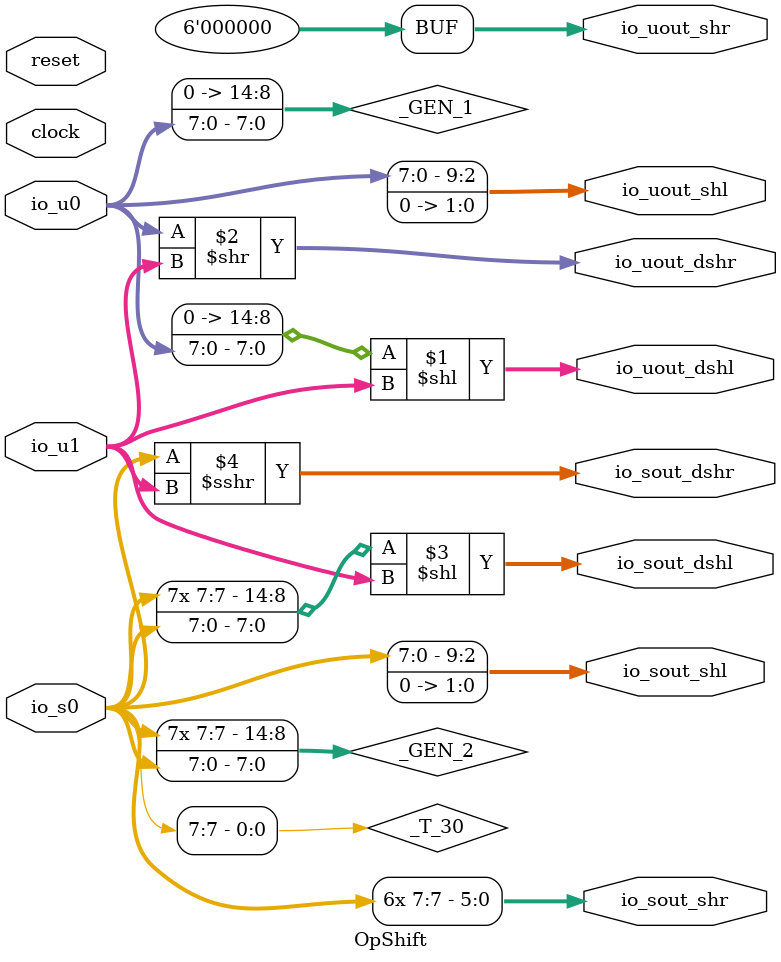
<source format=v>
module OpShift(
  input         clock,
  input         reset,
  input  [7:0]  io_u0,
  input  [2:0]  io_u1,
  input  [7:0]  io_s0,
  output [9:0]  io_uout_shl,
  output [5:0]  io_uout_shr,
  output [9:0]  io_sout_shl,
  output [5:0]  io_sout_shr,
  output [14:0] io_uout_dshl,
  output [7:0]  io_uout_dshr,
  output [14:0] io_sout_dshl,
  output [7:0]  io_sout_dshr
);
  wire  _T_30 = io_s0[7]; // @[OpShift.scala 24:24]
  wire [14:0] _GEN_1 = {{7'd0}, io_u0}; // @[OpShift.scala 26:25]
  wire [14:0] _GEN_2 = {{7{io_s0[7]}},io_s0}; // @[OpShift.scala 28:25]
  assign io_uout_shl = {io_u0, 2'h0}; // @[OpShift.scala 21:24]
  assign io_uout_shr = 6'h0; // @[OpShift.scala 22:24]
  assign io_sout_shl = {$signed(io_s0), 2'h0}; // @[OpShift.scala 23:24]
  assign io_sout_shr = {6{_T_30}}; // @[OpShift.scala 24:24]
  assign io_uout_dshl = _GEN_1 << io_u1; // @[OpShift.scala 26:25]
  assign io_uout_dshr = io_u0 >> io_u1; // @[OpShift.scala 27:25]
  assign io_sout_dshl = $signed(_GEN_2) << io_u1; // @[OpShift.scala 28:25]
  assign io_sout_dshr = $signed(io_s0) >>> io_u1; // @[OpShift.scala 29:25]
endmodule

</source>
